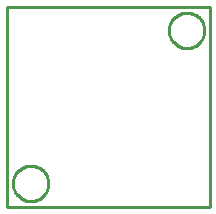
<source format=gbr>
G04 EAGLE Gerber RS-274X export*
G75*
%MOMM*%
%FSLAX34Y34*%
%LPD*%
%IN*%
%IPPOS*%
%AMOC8*
5,1,8,0,0,1.08239X$1,22.5*%
G01*
%ADD10C,0.254000*%


D10*
X17780Y601980D02*
X189740Y601980D01*
X189740Y772060D01*
X17780Y772060D01*
X17780Y601980D01*
X185180Y751304D02*
X185104Y750236D01*
X184951Y749175D01*
X184723Y748128D01*
X184421Y747100D01*
X184047Y746096D01*
X183602Y745121D01*
X183088Y744181D01*
X182509Y743280D01*
X181867Y742422D01*
X181165Y741612D01*
X180408Y740855D01*
X179598Y740153D01*
X178740Y739511D01*
X177839Y738932D01*
X176899Y738418D01*
X175924Y737973D01*
X174920Y737599D01*
X173892Y737297D01*
X172845Y737069D01*
X171784Y736916D01*
X170716Y736840D01*
X169644Y736840D01*
X168576Y736916D01*
X167515Y737069D01*
X166468Y737297D01*
X165440Y737599D01*
X164436Y737973D01*
X163461Y738418D01*
X162521Y738932D01*
X161620Y739511D01*
X160762Y740153D01*
X159952Y740855D01*
X159195Y741612D01*
X158493Y742422D01*
X157851Y743280D01*
X157272Y744181D01*
X156758Y745121D01*
X156313Y746096D01*
X155939Y747100D01*
X155637Y748128D01*
X155409Y749175D01*
X155256Y750236D01*
X155180Y751304D01*
X155180Y752376D01*
X155256Y753444D01*
X155409Y754505D01*
X155637Y755552D01*
X155939Y756580D01*
X156313Y757584D01*
X156758Y758559D01*
X157272Y759499D01*
X157851Y760400D01*
X158493Y761258D01*
X159195Y762068D01*
X159952Y762825D01*
X160762Y763527D01*
X161620Y764169D01*
X162521Y764748D01*
X163461Y765262D01*
X164436Y765707D01*
X165440Y766081D01*
X166468Y766383D01*
X167515Y766611D01*
X168576Y766764D01*
X169644Y766840D01*
X170716Y766840D01*
X171784Y766764D01*
X172845Y766611D01*
X173892Y766383D01*
X174920Y766081D01*
X175924Y765707D01*
X176899Y765262D01*
X177839Y764748D01*
X178740Y764169D01*
X179598Y763527D01*
X180408Y762825D01*
X181165Y762068D01*
X181867Y761258D01*
X182509Y760400D01*
X183088Y759499D01*
X183602Y758559D01*
X184047Y757584D01*
X184421Y756580D01*
X184723Y755552D01*
X184951Y754505D01*
X185104Y753444D01*
X185180Y752376D01*
X185180Y751304D01*
X53100Y621764D02*
X53024Y620696D01*
X52871Y619635D01*
X52643Y618588D01*
X52341Y617560D01*
X51967Y616556D01*
X51522Y615581D01*
X51008Y614641D01*
X50429Y613740D01*
X49787Y612882D01*
X49085Y612072D01*
X48328Y611315D01*
X47518Y610613D01*
X46660Y609971D01*
X45759Y609392D01*
X44819Y608878D01*
X43844Y608433D01*
X42840Y608059D01*
X41812Y607757D01*
X40765Y607529D01*
X39704Y607376D01*
X38636Y607300D01*
X37564Y607300D01*
X36496Y607376D01*
X35435Y607529D01*
X34388Y607757D01*
X33360Y608059D01*
X32356Y608433D01*
X31381Y608878D01*
X30441Y609392D01*
X29540Y609971D01*
X28682Y610613D01*
X27872Y611315D01*
X27115Y612072D01*
X26413Y612882D01*
X25771Y613740D01*
X25192Y614641D01*
X24678Y615581D01*
X24233Y616556D01*
X23859Y617560D01*
X23557Y618588D01*
X23329Y619635D01*
X23176Y620696D01*
X23100Y621764D01*
X23100Y622836D01*
X23176Y623904D01*
X23329Y624965D01*
X23557Y626012D01*
X23859Y627040D01*
X24233Y628044D01*
X24678Y629019D01*
X25192Y629959D01*
X25771Y630860D01*
X26413Y631718D01*
X27115Y632528D01*
X27872Y633285D01*
X28682Y633987D01*
X29540Y634629D01*
X30441Y635208D01*
X31381Y635722D01*
X32356Y636167D01*
X33360Y636541D01*
X34388Y636843D01*
X35435Y637071D01*
X36496Y637224D01*
X37564Y637300D01*
X38636Y637300D01*
X39704Y637224D01*
X40765Y637071D01*
X41812Y636843D01*
X42840Y636541D01*
X43844Y636167D01*
X44819Y635722D01*
X45759Y635208D01*
X46660Y634629D01*
X47518Y633987D01*
X48328Y633285D01*
X49085Y632528D01*
X49787Y631718D01*
X50429Y630860D01*
X51008Y629959D01*
X51522Y629019D01*
X51967Y628044D01*
X52341Y627040D01*
X52643Y626012D01*
X52871Y624965D01*
X53024Y623904D01*
X53100Y622836D01*
X53100Y621764D01*
M02*

</source>
